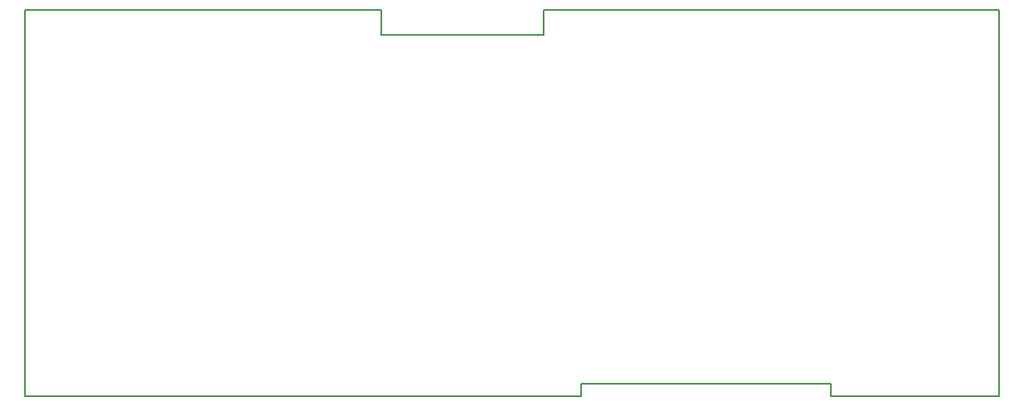
<source format=gko>
G04 #@! TF.GenerationSoftware,KiCad,Pcbnew,5.0.0-fee4fd1~65~ubuntu17.10.1*
G04 #@! TF.CreationDate,2018-08-24T06:20:42-04:00*
G04 #@! TF.ProjectId,motherboard,6D6F74686572626F6172642E6B696361,rev?*
G04 #@! TF.SameCoordinates,Original*
G04 #@! TF.FileFunction,Profile,NP*
%FSLAX46Y46*%
G04 Gerber Fmt 4.6, Leading zero omitted, Abs format (unit mm)*
G04 Created by KiCad (PCBNEW 5.0.0-fee4fd1~65~ubuntu17.10.1) date Fri Aug 24 06:20:42 2018*
%MOMM*%
%LPD*%
G01*
G04 APERTURE LIST*
%ADD10C,0.150000*%
G04 APERTURE END LIST*
D10*
X160655000Y-84455000D02*
X207010000Y-84455000D01*
X107950000Y-84455000D02*
X144145000Y-84455000D01*
X160655000Y-86995000D02*
X160655000Y-84455000D01*
X144145000Y-86995000D02*
X160655000Y-86995000D01*
X144145000Y-84455000D02*
X144145000Y-86995000D01*
X164465000Y-123825000D02*
X107950000Y-123825000D01*
X164465000Y-122555000D02*
X164465000Y-123825000D01*
X189865000Y-122555000D02*
X164465000Y-122555000D01*
X189865000Y-123825000D02*
X189865000Y-122555000D01*
X207010000Y-123825000D02*
X189865000Y-123825000D01*
X107950000Y-84455000D02*
X107950000Y-123825000D01*
X207010000Y-123825000D02*
X207010000Y-84455000D01*
M02*

</source>
